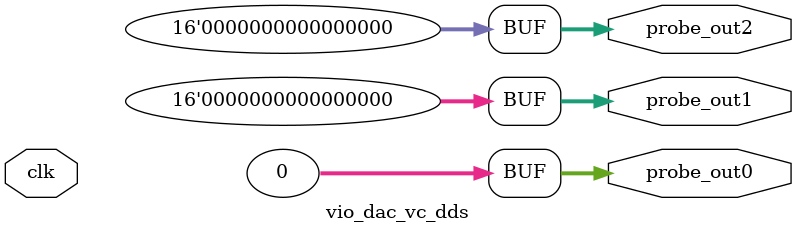
<source format=v>
`timescale 1ns / 1ps
module vio_dac_vc_dds (
clk,

probe_out0,
probe_out1,
probe_out2
);

input clk;

output reg [31 : 0] probe_out0 = 'h00000000 ;
output reg [15 : 0] probe_out1 = 'h0000 ;
output reg [15 : 0] probe_out2 = 'h0000 ;


endmodule

</source>
